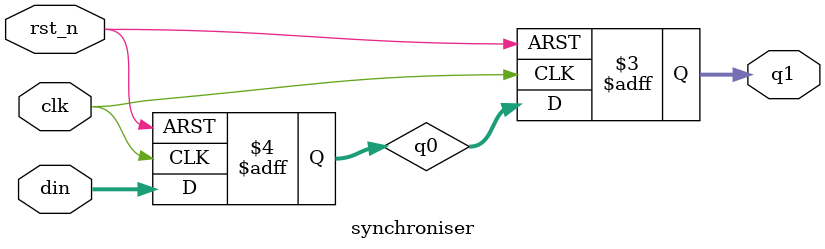
<source format=sv>
`timescale 1ns / 1ps


module synchroniser #(parameter n=4)(
input logic [n-1:0] din,
input logic clk,rst_n,
output logic [n-1:0]q1
    );
logic [n-1:0] q0;

always_ff @(posedge clk, negedge rst_n)
    begin
        if(!rst_n)
            begin
            q0<=0;
            q1<=0;
            end
        else
            begin
            q0<=din;
            q1<=q0;
            end
    end
    
        


endmodule

</source>
